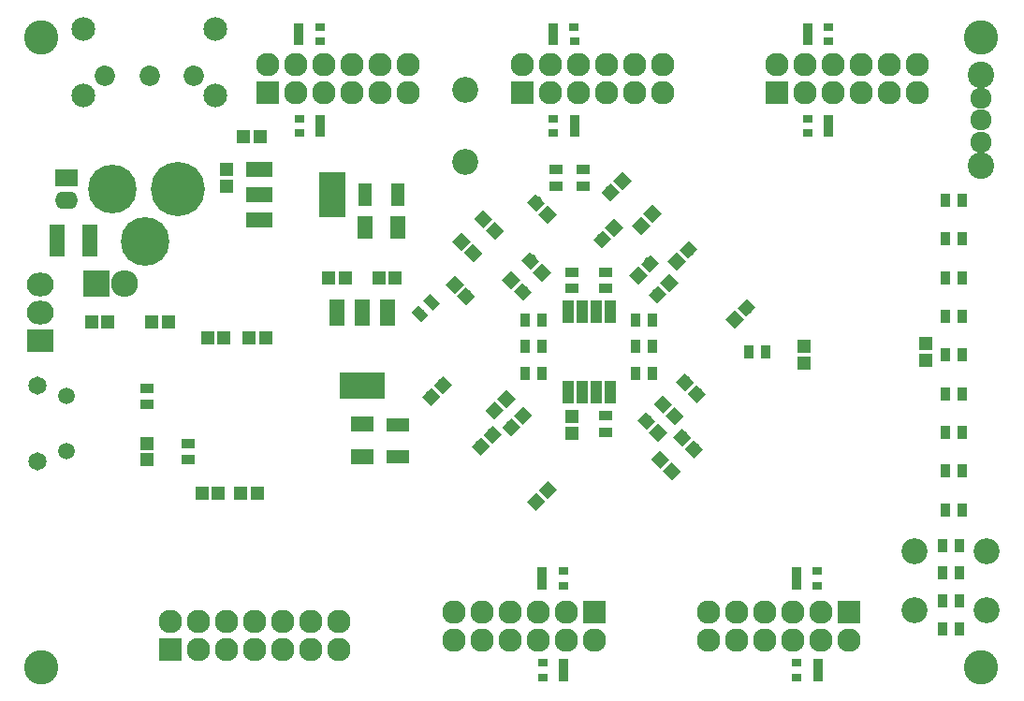
<source format=gbs>
G04 #@! TF.GenerationSoftware,KiCad,Pcbnew,(2017-01-24 revision 0b6147e)-makepkg*
G04 #@! TF.CreationDate,2017-09-23T08:26:01-07:00*
G04 #@! TF.ProjectId,Spartan6Dev,5370617274616E364465762E6B696361,rev?*
G04 #@! TF.FileFunction,Soldermask,Bot*
G04 #@! TF.FilePolarity,Negative*
%FSLAX46Y46*%
G04 Gerber Fmt 4.6, Leading zero omitted, Abs format (unit mm)*
G04 Created by KiCad (PCBNEW (2017-01-24 revision 0b6147e)-makepkg) date 09/23/17 08:26:01*
%MOMM*%
%LPD*%
G01*
G04 APERTURE LIST*
%ADD10C,0.100000*%
%ADD11R,1.400000X2.900000*%
%ADD12R,2.127200X2.127200*%
%ADD13O,2.127200X2.127200*%
%ADD14R,1.050000X2.100000*%
%ADD15C,1.150000*%
%ADD16R,1.200000X1.150000*%
%ADD17R,1.150000X1.200000*%
%ADD18R,2.000000X1.400000*%
%ADD19R,1.400000X2.000000*%
%ADD20R,0.900000X0.800000*%
%ADD21R,2.432000X2.127200*%
%ADD22O,2.432000X2.127200*%
%ADD23C,0.900000*%
%ADD24R,1.300000X0.900000*%
%ADD25R,0.900000X1.300000*%
%ADD26R,2.432000X1.416000*%
%ADD27R,2.432000X4.057600*%
%ADD28C,1.650006*%
%ADD29C,1.504000*%
%ADD30C,4.400000*%
%ADD31C,4.900000*%
%ADD32R,4.057600X2.432000*%
%ADD33R,1.416000X2.432000*%
%ADD34C,2.127200*%
%ADD35R,2.100000X1.300000*%
%ADD36R,1.300000X2.100000*%
%ADD37R,2.100000X1.600000*%
%ADD38O,2.100000X1.600000*%
%ADD39C,3.100000*%
%ADD40R,2.432000X2.432000*%
%ADD41O,2.432000X2.432000*%
%ADD42C,1.924000*%
%ADD43C,2.400000*%
%ADD44C,2.350000*%
%ADD45C,1.850000*%
%ADD46C,2.150000*%
G04 APERTURE END LIST*
D10*
D11*
X35900000Y-98400000D03*
X38900000Y-98400000D03*
D12*
X46140000Y-135390000D03*
D13*
X46140000Y-132850000D03*
X48680000Y-135390000D03*
X48680000Y-132850000D03*
X51220000Y-135390000D03*
X51220000Y-132850000D03*
X53760000Y-135390000D03*
X53760000Y-132850000D03*
X56300000Y-135390000D03*
X56300000Y-132850000D03*
X58840000Y-135390000D03*
X58840000Y-132850000D03*
X61380000Y-135390000D03*
X61380000Y-132850000D03*
D14*
X82095000Y-104850000D03*
X83365000Y-104850000D03*
X84635000Y-104850000D03*
X85905000Y-104850000D03*
X85905000Y-112150000D03*
X84635000Y-112150000D03*
X83365000Y-112150000D03*
X82095000Y-112150000D03*
D15*
X92469670Y-116219670D03*
D10*
G36*
X91638820Y-116201992D02*
X92451992Y-115388820D01*
X93300520Y-116237348D01*
X92487348Y-117050520D01*
X91638820Y-116201992D01*
X91638820Y-116201992D01*
G37*
D15*
X93530330Y-117280330D03*
D10*
G36*
X92699480Y-117262652D02*
X93512652Y-116449480D01*
X94361180Y-117298008D01*
X93548008Y-118111180D01*
X92699480Y-117262652D01*
X92699480Y-117262652D01*
G37*
D15*
X93030330Y-99219670D03*
D10*
G36*
X93012652Y-100050520D02*
X92199480Y-99237348D01*
X93048008Y-98388820D01*
X93861180Y-99201992D01*
X93012652Y-100050520D01*
X93012652Y-100050520D01*
G37*
D15*
X91969670Y-100280330D03*
D10*
G36*
X91951992Y-101111180D02*
X91138820Y-100298008D01*
X91987348Y-99449480D01*
X92800520Y-100262652D01*
X91951992Y-101111180D01*
X91951992Y-101111180D01*
G37*
D15*
X75280330Y-115969670D03*
D10*
G36*
X75298008Y-115138820D02*
X76111180Y-115951992D01*
X75262652Y-116800520D01*
X74449480Y-115987348D01*
X75298008Y-115138820D01*
X75298008Y-115138820D01*
G37*
D15*
X74219670Y-117030330D03*
D10*
G36*
X74237348Y-116199480D02*
X75050520Y-117012652D01*
X74201992Y-117861180D01*
X73388820Y-117048008D01*
X74237348Y-116199480D01*
X74237348Y-116199480D01*
G37*
D15*
X79780330Y-101280330D03*
D10*
G36*
X78949480Y-101262652D02*
X79762652Y-100449480D01*
X80611180Y-101298008D01*
X79798008Y-102111180D01*
X78949480Y-101262652D01*
X78949480Y-101262652D01*
G37*
D15*
X78719670Y-100219670D03*
D10*
G36*
X77888820Y-100201992D02*
X78701992Y-99388820D01*
X79550520Y-100237348D01*
X78737348Y-101050520D01*
X77888820Y-100201992D01*
X77888820Y-100201992D01*
G37*
D15*
X88719670Y-97030330D03*
D10*
G36*
X88701992Y-97861180D02*
X87888820Y-97048008D01*
X88737348Y-96199480D01*
X89550520Y-97012652D01*
X88701992Y-97861180D01*
X88701992Y-97861180D01*
G37*
D15*
X89780330Y-95969670D03*
D10*
G36*
X89762652Y-96800520D02*
X88949480Y-95987348D01*
X89798008Y-95138820D01*
X90611180Y-95951992D01*
X89762652Y-96800520D01*
X89762652Y-96800520D01*
G37*
D15*
X78030330Y-114219670D03*
D10*
G36*
X78012652Y-115050520D02*
X77199480Y-114237348D01*
X78048008Y-113388820D01*
X78861180Y-114201992D01*
X78012652Y-115050520D01*
X78012652Y-115050520D01*
G37*
D15*
X76969670Y-115280330D03*
D10*
G36*
X76951992Y-116111180D02*
X76138820Y-115298008D01*
X76987348Y-114449480D01*
X77800520Y-115262652D01*
X76951992Y-116111180D01*
X76951992Y-116111180D01*
G37*
D15*
X90280330Y-115780330D03*
D10*
G36*
X91111180Y-115798008D02*
X90298008Y-116611180D01*
X89449480Y-115762652D01*
X90262652Y-114949480D01*
X91111180Y-115798008D01*
X91111180Y-115798008D01*
G37*
D15*
X89219670Y-114719670D03*
D10*
G36*
X90050520Y-114737348D02*
X89237348Y-115550520D01*
X88388820Y-114701992D01*
X89201992Y-113888820D01*
X90050520Y-114737348D01*
X90050520Y-114737348D01*
G37*
D15*
X78030330Y-103030330D03*
D10*
G36*
X77199480Y-103012652D02*
X78012652Y-102199480D01*
X78861180Y-103048008D01*
X78048008Y-103861180D01*
X77199480Y-103012652D01*
X77199480Y-103012652D01*
G37*
D15*
X76969670Y-101969670D03*
D10*
G36*
X76138820Y-101951992D02*
X76951992Y-101138820D01*
X77800520Y-101987348D01*
X76987348Y-102800520D01*
X76138820Y-101951992D01*
X76138820Y-101951992D01*
G37*
D15*
X93780330Y-112280330D03*
D10*
G36*
X94611180Y-112298008D02*
X93798008Y-113111180D01*
X92949480Y-112262652D01*
X93762652Y-111449480D01*
X94611180Y-112298008D01*
X94611180Y-112298008D01*
G37*
D15*
X92719670Y-111219670D03*
D10*
G36*
X93550520Y-111237348D02*
X92737348Y-112050520D01*
X91888820Y-111201992D01*
X92701992Y-110388820D01*
X93550520Y-111237348D01*
X93550520Y-111237348D01*
G37*
D15*
X79219670Y-122030330D03*
D10*
G36*
X79237348Y-121199480D02*
X80050520Y-122012652D01*
X79201992Y-122861180D01*
X78388820Y-122048008D01*
X79237348Y-121199480D01*
X79237348Y-121199480D01*
G37*
D15*
X80280330Y-120969670D03*
D10*
G36*
X80298008Y-120138820D02*
X81111180Y-120951992D01*
X80262652Y-121800520D01*
X79449480Y-120987348D01*
X80298008Y-120138820D01*
X80298008Y-120138820D01*
G37*
D15*
X70780330Y-111469670D03*
D10*
G36*
X70798008Y-110638820D02*
X71611180Y-111451992D01*
X70762652Y-112300520D01*
X69949480Y-111487348D01*
X70798008Y-110638820D01*
X70798008Y-110638820D01*
G37*
D15*
X69719670Y-112530330D03*
D10*
G36*
X69737348Y-111699480D02*
X70550520Y-112512652D01*
X69701992Y-113361180D01*
X68888820Y-112548008D01*
X69737348Y-111699480D01*
X69737348Y-111699480D01*
G37*
D15*
X97219670Y-105530330D03*
D10*
G36*
X97201992Y-106361180D02*
X96388820Y-105548008D01*
X97237348Y-104699480D01*
X98050520Y-105512652D01*
X97201992Y-106361180D01*
X97201992Y-106361180D01*
G37*
D15*
X98280330Y-104469670D03*
D10*
G36*
X98262652Y-105300520D02*
X97449480Y-104487348D01*
X98298008Y-103638820D01*
X99111180Y-104451992D01*
X98262652Y-105300520D01*
X98262652Y-105300520D01*
G37*
D15*
X91530330Y-119280330D03*
D10*
G36*
X90699480Y-119262652D02*
X91512652Y-118449480D01*
X92361180Y-119298008D01*
X91548008Y-120111180D01*
X90699480Y-119262652D01*
X90699480Y-119262652D01*
G37*
D15*
X90469670Y-118219670D03*
D10*
G36*
X89638820Y-118201992D02*
X90451992Y-117388820D01*
X91300520Y-118237348D01*
X90487348Y-119050520D01*
X89638820Y-118201992D01*
X89638820Y-118201992D01*
G37*
D15*
X80280330Y-96030330D03*
D10*
G36*
X81111180Y-96048008D02*
X80298008Y-96861180D01*
X79449480Y-96012652D01*
X80262652Y-95199480D01*
X81111180Y-96048008D01*
X81111180Y-96048008D01*
G37*
D15*
X79219670Y-94969670D03*
D10*
G36*
X80050520Y-94987348D02*
X79237348Y-95800520D01*
X78388820Y-94951992D01*
X79201992Y-94138820D01*
X80050520Y-94987348D01*
X80050520Y-94987348D01*
G37*
D15*
X76530330Y-112719670D03*
D10*
G36*
X76512652Y-113550520D02*
X75699480Y-112737348D01*
X76548008Y-111888820D01*
X77361180Y-112701992D01*
X76512652Y-113550520D01*
X76512652Y-113550520D01*
G37*
D15*
X75469670Y-113780330D03*
D10*
G36*
X75451992Y-114611180D02*
X74638820Y-113798008D01*
X75487348Y-112949480D01*
X76300520Y-113762652D01*
X75451992Y-114611180D01*
X75451992Y-114611180D01*
G37*
D15*
X85219670Y-98280330D03*
D10*
G36*
X85237348Y-97449480D02*
X86050520Y-98262652D01*
X85201992Y-99111180D01*
X84388820Y-98298008D01*
X85237348Y-97449480D01*
X85237348Y-97449480D01*
G37*
D15*
X86280330Y-97219670D03*
D10*
G36*
X86298008Y-96388820D02*
X87111180Y-97201992D01*
X86262652Y-98050520D01*
X85449480Y-97237348D01*
X86298008Y-96388820D01*
X86298008Y-96388820D01*
G37*
D15*
X91280330Y-102219670D03*
D10*
G36*
X91298008Y-101388820D02*
X92111180Y-102201992D01*
X91262652Y-103050520D01*
X90449480Y-102237348D01*
X91298008Y-101388820D01*
X91298008Y-101388820D01*
G37*
D15*
X90219670Y-103280330D03*
D10*
G36*
X90237348Y-102449480D02*
X91050520Y-103262652D01*
X90201992Y-104111180D01*
X89388820Y-103298008D01*
X90237348Y-102449480D01*
X90237348Y-102449480D01*
G37*
D15*
X88469670Y-101530330D03*
D10*
G36*
X88487348Y-100699480D02*
X89300520Y-101512652D01*
X88451992Y-102361180D01*
X87638820Y-101548008D01*
X88487348Y-100699480D01*
X88487348Y-100699480D01*
G37*
D15*
X89530330Y-100469670D03*
D10*
G36*
X89548008Y-99638820D02*
X90361180Y-100451992D01*
X89512652Y-101300520D01*
X88699480Y-100487348D01*
X89548008Y-99638820D01*
X89548008Y-99638820D01*
G37*
D15*
X85969670Y-94030330D03*
D10*
G36*
X85951992Y-94861180D02*
X85138820Y-94048008D01*
X85987348Y-93199480D01*
X86800520Y-94012652D01*
X85951992Y-94861180D01*
X85951992Y-94861180D01*
G37*
D15*
X87030330Y-92969670D03*
D10*
G36*
X87012652Y-93800520D02*
X86199480Y-92987348D01*
X87048008Y-92138820D01*
X87861180Y-92951992D01*
X87012652Y-93800520D01*
X87012652Y-93800520D01*
G37*
D15*
X90719670Y-113219670D03*
D10*
G36*
X91550520Y-113237348D02*
X90737348Y-114050520D01*
X89888820Y-113201992D01*
X90701992Y-112388820D01*
X91550520Y-113237348D01*
X91550520Y-113237348D01*
G37*
D15*
X91780330Y-114280330D03*
D10*
G36*
X92611180Y-114298008D02*
X91798008Y-115111180D01*
X90949480Y-114262652D01*
X91762652Y-113449480D01*
X92611180Y-114298008D01*
X92611180Y-114298008D01*
G37*
D15*
X72930330Y-103430330D03*
D10*
G36*
X73761180Y-103448008D02*
X72948008Y-104261180D01*
X72099480Y-103412652D01*
X72912652Y-102599480D01*
X73761180Y-103448008D01*
X73761180Y-103448008D01*
G37*
D15*
X71869670Y-102369670D03*
D10*
G36*
X72700520Y-102387348D02*
X71887348Y-103200520D01*
X71038820Y-102351992D01*
X71851992Y-101538820D01*
X72700520Y-102387348D01*
X72700520Y-102387348D01*
G37*
D15*
X74469670Y-96469670D03*
D10*
G36*
X75300520Y-96487348D02*
X74487348Y-97300520D01*
X73638820Y-96451992D01*
X74451992Y-95638820D01*
X75300520Y-96487348D01*
X75300520Y-96487348D01*
G37*
D15*
X75530330Y-97530330D03*
D10*
G36*
X76361180Y-97548008D02*
X75548008Y-98361180D01*
X74699480Y-97512652D01*
X75512652Y-96699480D01*
X76361180Y-97548008D01*
X76361180Y-97548008D01*
G37*
D15*
X73530330Y-99530330D03*
D10*
G36*
X74361180Y-99548008D02*
X73548008Y-100361180D01*
X72699480Y-99512652D01*
X73512652Y-98699480D01*
X74361180Y-99548008D01*
X74361180Y-99548008D01*
G37*
D15*
X72469670Y-98469670D03*
D10*
G36*
X73300520Y-98487348D02*
X72487348Y-99300520D01*
X71638820Y-98451992D01*
X72451992Y-97638820D01*
X73300520Y-98487348D01*
X73300520Y-98487348D01*
G37*
D16*
X44500000Y-105750000D03*
X46000000Y-105750000D03*
X39000000Y-105750000D03*
X40500000Y-105750000D03*
D17*
X44000000Y-118250000D03*
X44000000Y-116750000D03*
D16*
X54750000Y-107250000D03*
X53250000Y-107250000D03*
X54000000Y-121250000D03*
X52500000Y-121250000D03*
X49500000Y-107250000D03*
X51000000Y-107250000D03*
X49000000Y-121250000D03*
X50500000Y-121250000D03*
X66500000Y-101750000D03*
X65000000Y-101750000D03*
D17*
X51250000Y-93500000D03*
X51250000Y-92000000D03*
D16*
X62000000Y-101750000D03*
X60500000Y-101750000D03*
X54250000Y-89000000D03*
X52750000Y-89000000D03*
D18*
X63500000Y-115000000D03*
X63500000Y-118000000D03*
D19*
X66750000Y-97250000D03*
X63750000Y-97250000D03*
D17*
X103500000Y-108000000D03*
X103500000Y-109500000D03*
X114500000Y-107750000D03*
X114500000Y-109250000D03*
X82500000Y-114350000D03*
X82500000Y-115850000D03*
D20*
X57820000Y-88670000D03*
X59710000Y-88678000D03*
X59710000Y-88028000D03*
X57810000Y-87378000D03*
X59709000Y-87378000D03*
X79791000Y-129622000D03*
X81690000Y-129622000D03*
X79790000Y-128972000D03*
X79790000Y-128322000D03*
X81680000Y-128330000D03*
X79820000Y-137920000D03*
X81710000Y-137928000D03*
X81710000Y-137278000D03*
X79810000Y-136628000D03*
X81709000Y-136628000D03*
X57791000Y-80372000D03*
X59690000Y-80372000D03*
X57790000Y-79722000D03*
X57790000Y-79072000D03*
X59680000Y-79080000D03*
X104680000Y-128330000D03*
X102790000Y-128322000D03*
X102790000Y-128972000D03*
X104690000Y-129622000D03*
X102791000Y-129622000D03*
X103820000Y-88670000D03*
X105710000Y-88678000D03*
X105710000Y-88028000D03*
X103810000Y-87378000D03*
X105709000Y-87378000D03*
X80820000Y-88670000D03*
X82710000Y-88678000D03*
X82710000Y-88028000D03*
X80810000Y-87378000D03*
X82709000Y-87378000D03*
X103791000Y-80372000D03*
X105690000Y-80372000D03*
X103790000Y-79722000D03*
X103790000Y-79072000D03*
X105680000Y-79080000D03*
X80791000Y-80372000D03*
X82690000Y-80372000D03*
X80790000Y-79722000D03*
X80790000Y-79072000D03*
X82680000Y-79080000D03*
X104709000Y-136628000D03*
X102810000Y-136628000D03*
X104710000Y-137278000D03*
X104710000Y-137928000D03*
X102820000Y-137920000D03*
D21*
X34400000Y-107500000D03*
D22*
X34400000Y-104960000D03*
X34400000Y-102420000D03*
D23*
X69780330Y-103969670D03*
D10*
G36*
X69921751Y-104747487D02*
X69002513Y-103828249D01*
X69638909Y-103191853D01*
X70558147Y-104111091D01*
X69921751Y-104747487D01*
X69921751Y-104747487D01*
G37*
D23*
X68719670Y-105030330D03*
D10*
G36*
X68861091Y-105808147D02*
X67941853Y-104888909D01*
X68578249Y-104252513D01*
X69497487Y-105171751D01*
X68861091Y-105808147D01*
X68861091Y-105808147D01*
G37*
D24*
X83500000Y-93500000D03*
X83500000Y-92000000D03*
X81000000Y-92000000D03*
X81000000Y-93500000D03*
D25*
X100000000Y-108500000D03*
X98500000Y-108500000D03*
D24*
X44000000Y-113250000D03*
X44000000Y-111750000D03*
X47750000Y-118250000D03*
X47750000Y-116750000D03*
D25*
X79750000Y-108000000D03*
X78250000Y-108000000D03*
D24*
X82500000Y-101250000D03*
X82500000Y-102750000D03*
D25*
X79750000Y-105600000D03*
X78250000Y-105600000D03*
D24*
X85500000Y-102750000D03*
X85500000Y-101250000D03*
D25*
X89750000Y-105600000D03*
X88250000Y-105600000D03*
X79750000Y-110400000D03*
X78250000Y-110400000D03*
X88250000Y-108000000D03*
X89750000Y-108000000D03*
X88250000Y-110400000D03*
X89750000Y-110400000D03*
D24*
X85500000Y-115750000D03*
X85500000Y-114250000D03*
D25*
X117780500Y-94750000D03*
X116280500Y-94750000D03*
X117750000Y-98250000D03*
X116250000Y-98250000D03*
X117750000Y-101750000D03*
X116250000Y-101750000D03*
X117750000Y-105250000D03*
X116250000Y-105250000D03*
X116250000Y-108750000D03*
X117750000Y-108750000D03*
X116250000Y-112250000D03*
X117750000Y-112250000D03*
X116250000Y-115750000D03*
X117750000Y-115750000D03*
X117750000Y-119250000D03*
X116250000Y-119250000D03*
X116250000Y-122750000D03*
X117750000Y-122750000D03*
X116000000Y-133500000D03*
X117500000Y-133500000D03*
X116000000Y-128500000D03*
X117500000Y-128500000D03*
X116000000Y-131000000D03*
X117500000Y-131000000D03*
X117500000Y-126000000D03*
X116000000Y-126000000D03*
D26*
X54198000Y-96536000D03*
X54198000Y-91964000D03*
X54198000Y-94250000D03*
D27*
X60802000Y-94250000D03*
D28*
X34100000Y-111520000D03*
X34100000Y-118380000D03*
D29*
X36770000Y-117447940D03*
X36770000Y-112447940D03*
D30*
X43866000Y-98450000D03*
X40866000Y-93750000D03*
D31*
X46866000Y-93750000D03*
D32*
X63500000Y-111552000D03*
D33*
X63500000Y-104948000D03*
X65786000Y-104948000D03*
X61214000Y-104948000D03*
D13*
X84503500Y-134543500D03*
D12*
X84503500Y-132003500D03*
D13*
X81963500Y-134543500D03*
X81963500Y-132003500D03*
X79423500Y-134543500D03*
X79423500Y-132003500D03*
X76883500Y-134543500D03*
X76883500Y-132003500D03*
X74343500Y-134543500D03*
X74343500Y-132003500D03*
X71803500Y-134543500D03*
D34*
X71803500Y-132003500D03*
X94803500Y-132003500D03*
D13*
X94803500Y-134543500D03*
X97343500Y-132003500D03*
X97343500Y-134543500D03*
X99883500Y-132003500D03*
X99883500Y-134543500D03*
X102423500Y-132003500D03*
X102423500Y-134543500D03*
X104963500Y-132003500D03*
X104963500Y-134543500D03*
D12*
X107503500Y-132003500D03*
D13*
X107503500Y-134543500D03*
D34*
X67696500Y-84996500D03*
D13*
X67696500Y-82456500D03*
X65156500Y-84996500D03*
X65156500Y-82456500D03*
X62616500Y-84996500D03*
X62616500Y-82456500D03*
X60076500Y-84996500D03*
X60076500Y-82456500D03*
X57536500Y-84996500D03*
X57536500Y-82456500D03*
D12*
X54996500Y-84996500D03*
D13*
X54996500Y-82456500D03*
D34*
X90696500Y-84996500D03*
D13*
X90696500Y-82456500D03*
X88156500Y-84996500D03*
X88156500Y-82456500D03*
X85616500Y-84996500D03*
X85616500Y-82456500D03*
X83076500Y-84996500D03*
X83076500Y-82456500D03*
X80536500Y-84996500D03*
X80536500Y-82456500D03*
D12*
X77996500Y-84996500D03*
D13*
X77996500Y-82456500D03*
X100996500Y-82456500D03*
D12*
X100996500Y-84996500D03*
D13*
X103536500Y-82456500D03*
X103536500Y-84996500D03*
X106076500Y-82456500D03*
X106076500Y-84996500D03*
X108616500Y-82456500D03*
X108616500Y-84996500D03*
X111156500Y-82456500D03*
X111156500Y-84996500D03*
X113696500Y-82456500D03*
D34*
X113696500Y-84996500D03*
D35*
X66750000Y-115050000D03*
X66750000Y-117950000D03*
D36*
X66700000Y-94250000D03*
X63800000Y-94250000D03*
D37*
X36750000Y-92750000D03*
D38*
X36750000Y-94750000D03*
D39*
X119500000Y-137000000D03*
X119500000Y-80000000D03*
D40*
X39450000Y-102300000D03*
D41*
X41990000Y-102300000D03*
D42*
X119500000Y-87500000D03*
X119500000Y-85500000D03*
X119500000Y-89500000D03*
D43*
X119500000Y-91600000D03*
X119500000Y-83400000D03*
D39*
X34500000Y-80000000D03*
D44*
X72800000Y-84800000D03*
X72800000Y-91300000D03*
X120000000Y-131840000D03*
X113500000Y-131840000D03*
X113500000Y-126500000D03*
X120000000Y-126500000D03*
D45*
X40250000Y-83500000D03*
X44250000Y-83500000D03*
X48250000Y-83500000D03*
D46*
X50250000Y-85250000D03*
X50250000Y-79250000D03*
X38250000Y-85250000D03*
X38250000Y-79250000D03*
D39*
X34500000Y-137000000D03*
M02*

</source>
